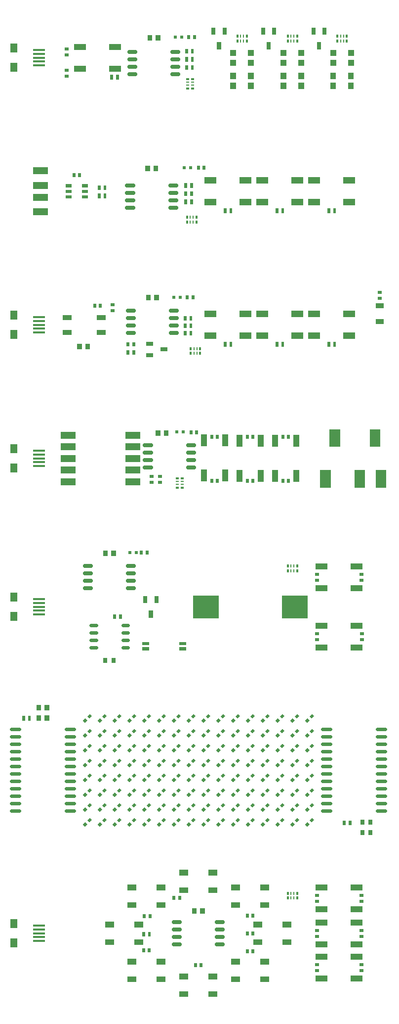
<source format=gtp>
G04 Layer: TopPasteMaskLayer*
G04 EasyEDA v6.4.17, 2021-03-02T21:30:00+01:00*
G04 52dc7113b7e944b1bde967162dfd0e84,9c416354eb984020824aaf9c885bead6,10*
G04 Gerber Generator version 0.2*
G04 Scale: 100 percent, Rotated: No, Reflected: No *
G04 Dimensions in inches *
G04 leading zeros omitted , absolute positions ,3 integer and 6 decimal *
%FSLAX36Y36*%
%MOIN*%

%ADD13C,0.0256*%
%ADD14C,0.0236*%
%ADD16R,0.0197X0.0315*%
%ADD17R,0.0315X0.0197*%
%ADD18R,0.0315X0.0354*%
%ADD19R,0.0787X0.0433*%
%ADD20R,0.0433X0.0787*%
%ADD21R,0.0157X0.0217*%
%ADD22R,0.0098X0.0217*%
%ADD24R,0.0390X0.0430*%
%ADD26R,0.0591X0.0354*%
%ADD27R,0.0492X0.0276*%
%ADD29R,0.0236X0.0197*%
%ADD30R,0.1772X0.1575*%
%ADD31R,0.0472X0.0236*%
%ADD32R,0.0217X0.0157*%
%ADD33R,0.0217X0.0098*%
%ADD34R,0.0551X0.0354*%
%ADD36R,0.1000X0.0500*%
%ADD37R,0.0787X0.0157*%
%ADD38R,0.0472X0.0630*%
%ADD39R,0.0984X0.0472*%

%LPD*%
D13*
X1125001Y990000D02*
G01*
X1166338Y990000D01*
X1125001Y1040000D02*
G01*
X1166338Y1040000D01*
X1125001Y1090000D02*
G01*
X1166338Y1090000D01*
X1125001Y1140000D02*
G01*
X1166338Y1140000D01*
X833661Y990000D02*
G01*
X874998Y990000D01*
X833661Y1040000D02*
G01*
X874998Y1040000D01*
X833661Y1090000D02*
G01*
X874998Y1090000D01*
X833661Y1140000D02*
G01*
X874998Y1140000D01*
X1110001Y90000D02*
G01*
X1151338Y90000D01*
X1110001Y140000D02*
G01*
X1151338Y140000D01*
X1110001Y190000D02*
G01*
X1151338Y190000D01*
X1110001Y240000D02*
G01*
X1151338Y240000D01*
X818661Y90000D02*
G01*
X859998Y90000D01*
X818661Y140000D02*
G01*
X859998Y140000D01*
X818661Y190000D02*
G01*
X859998Y190000D01*
X818661Y240000D02*
G01*
X859998Y240000D01*
D14*
X2137401Y-3975000D02*
G01*
X2192519Y-3975000D01*
X2137401Y-3925000D02*
G01*
X2192519Y-3925000D01*
X2137401Y-3875000D02*
G01*
X2192519Y-3875000D01*
X2137401Y-3825000D02*
G01*
X2192519Y-3825000D01*
X2137401Y-3775000D02*
G01*
X2192519Y-3775000D01*
X2137401Y-3725000D02*
G01*
X2192519Y-3725000D01*
X2137401Y-3675000D02*
G01*
X2192519Y-3675000D01*
X2137401Y-3625000D02*
G01*
X2192519Y-3625000D01*
X2137401Y-3575000D02*
G01*
X2192519Y-3575000D01*
X2137401Y-3525000D02*
G01*
X2192519Y-3525000D01*
X2137401Y-3475000D02*
G01*
X2192519Y-3475000D01*
X2137401Y-3425000D02*
G01*
X2192519Y-3425000D01*
X2507480Y-3425000D02*
G01*
X2562599Y-3425000D01*
X2507480Y-3475000D02*
G01*
X2562599Y-3475000D01*
X2507480Y-3525000D02*
G01*
X2562599Y-3525000D01*
X2507480Y-3575000D02*
G01*
X2562599Y-3575000D01*
X2507480Y-3625000D02*
G01*
X2562599Y-3625000D01*
X2507480Y-3675000D02*
G01*
X2562599Y-3675000D01*
X2507480Y-3725000D02*
G01*
X2562599Y-3725000D01*
X2507480Y-3775000D02*
G01*
X2562599Y-3775000D01*
X2507480Y-3825000D02*
G01*
X2562599Y-3825000D01*
X2507480Y-3875000D02*
G01*
X2562599Y-3875000D01*
X2507480Y-3925000D02*
G01*
X2562599Y-3925000D01*
X2507480Y-3975000D02*
G01*
X2562599Y-3975000D01*
X462599Y-3425000D02*
G01*
X407480Y-3425000D01*
X462599Y-3475000D02*
G01*
X407480Y-3475000D01*
X462599Y-3525000D02*
G01*
X407480Y-3525000D01*
X462599Y-3575000D02*
G01*
X407480Y-3575000D01*
X462599Y-3625000D02*
G01*
X407480Y-3625000D01*
X462599Y-3675000D02*
G01*
X407480Y-3675000D01*
X462599Y-3725000D02*
G01*
X407480Y-3725000D01*
X462599Y-3775000D02*
G01*
X407480Y-3775000D01*
X462599Y-3825000D02*
G01*
X407480Y-3825000D01*
X462599Y-3875000D02*
G01*
X407480Y-3875000D01*
X462599Y-3925000D02*
G01*
X407480Y-3925000D01*
X462599Y-3975000D02*
G01*
X407480Y-3975000D01*
X92519Y-3975000D02*
G01*
X37400Y-3975000D01*
X92519Y-3925000D02*
G01*
X37400Y-3925000D01*
X92519Y-3875000D02*
G01*
X37400Y-3875000D01*
X92519Y-3825000D02*
G01*
X37400Y-3825000D01*
X92519Y-3775000D02*
G01*
X37400Y-3775000D01*
X92519Y-3725000D02*
G01*
X37400Y-3725000D01*
X92519Y-3675000D02*
G01*
X37400Y-3675000D01*
X92519Y-3625000D02*
G01*
X37400Y-3625000D01*
X92519Y-3575000D02*
G01*
X37400Y-3575000D01*
X92519Y-3525000D02*
G01*
X37400Y-3525000D01*
X92519Y-3475000D02*
G01*
X37400Y-3475000D01*
X92519Y-3425000D02*
G01*
X37400Y-3425000D01*
X610241Y-2725000D02*
G01*
X574020Y-2725000D01*
X610241Y-2775000D02*
G01*
X574020Y-2775000D01*
X610241Y-2825000D02*
G01*
X574020Y-2825000D01*
X610241Y-2875000D02*
G01*
X574020Y-2875000D01*
X825981Y-2725000D02*
G01*
X789759Y-2725000D01*
X825981Y-2775000D02*
G01*
X789759Y-2775000D01*
X825981Y-2825000D02*
G01*
X789759Y-2825000D01*
X825981Y-2875000D02*
G01*
X789759Y-2875000D01*
D13*
X1115001Y-755000D02*
G01*
X1156338Y-755000D01*
X1115001Y-705000D02*
G01*
X1156338Y-705000D01*
X1115001Y-655000D02*
G01*
X1156338Y-655000D01*
X1115001Y-605000D02*
G01*
X1156338Y-605000D01*
X823661Y-755000D02*
G01*
X864998Y-755000D01*
X823661Y-705000D02*
G01*
X864998Y-705000D01*
X823661Y-655000D02*
G01*
X864998Y-655000D01*
X823661Y-605000D02*
G01*
X864998Y-605000D01*
X1230001Y-1660000D02*
G01*
X1271338Y-1660000D01*
X1230001Y-1610000D02*
G01*
X1271338Y-1610000D01*
X1230001Y-1560000D02*
G01*
X1271338Y-1560000D01*
X1230001Y-1510000D02*
G01*
X1271338Y-1510000D01*
X938661Y-1660000D02*
G01*
X979998Y-1660000D01*
X938661Y-1610000D02*
G01*
X979998Y-1610000D01*
X938661Y-1560000D02*
G01*
X979998Y-1560000D01*
X938661Y-1510000D02*
G01*
X979998Y-1510000D01*
X1425001Y-4875000D02*
G01*
X1466338Y-4875000D01*
X1425001Y-4825000D02*
G01*
X1466338Y-4825000D01*
X1425001Y-4775000D02*
G01*
X1466338Y-4775000D01*
X1425001Y-4725000D02*
G01*
X1466338Y-4725000D01*
X1133661Y-4875000D02*
G01*
X1174998Y-4875000D01*
X1133661Y-4825000D02*
G01*
X1174998Y-4825000D01*
X1133661Y-4775000D02*
G01*
X1174998Y-4775000D01*
X1133661Y-4725000D02*
G01*
X1174998Y-4725000D01*
X825001Y-2475000D02*
G01*
X866338Y-2475000D01*
X825001Y-2425000D02*
G01*
X866338Y-2425000D01*
X825001Y-2375000D02*
G01*
X866338Y-2375000D01*
X825001Y-2325000D02*
G01*
X866338Y-2325000D01*
X533661Y-2475000D02*
G01*
X574998Y-2475000D01*
X533661Y-2425000D02*
G01*
X574998Y-2425000D01*
X533661Y-2375000D02*
G01*
X574998Y-2375000D01*
X533661Y-2325000D02*
G01*
X574998Y-2325000D01*
G36*
X659843Y240747D02*
G01*
X679528Y240747D01*
X679528Y209252D01*
X659843Y209252D01*
G37*
G36*
X620473Y240747D02*
G01*
X640158Y240747D01*
X640158Y209252D01*
X620473Y209252D01*
G37*
G36*
X659900Y185734D02*
G01*
X679585Y185734D01*
X679585Y154238D01*
X659900Y154238D01*
G37*
G36*
X620531Y185734D02*
G01*
X640216Y185734D01*
X640216Y154238D01*
X620531Y154238D01*
G37*
G36*
X1244843Y255747D02*
G01*
X1264528Y255747D01*
X1264528Y224252D01*
X1244843Y224252D01*
G37*
G36*
X1205473Y255747D02*
G01*
X1225158Y255747D01*
X1225158Y224252D01*
X1205473Y224252D01*
G37*
G36*
X1244900Y200734D02*
G01*
X1264585Y200734D01*
X1264585Y169238D01*
X1244900Y169238D01*
G37*
G36*
X1205531Y200734D02*
G01*
X1225216Y200734D01*
X1225216Y169238D01*
X1205531Y169238D01*
G37*
G36*
X1244843Y145747D02*
G01*
X1264528Y145747D01*
X1264528Y114252D01*
X1244843Y114252D01*
G37*
G36*
X1205473Y145747D02*
G01*
X1225158Y145747D01*
X1225158Y114252D01*
X1205473Y114252D01*
G37*
D17*
G01*
X410059Y975300D03*
G01*
X410059Y1014670D03*
G36*
X1249843Y1160747D02*
G01*
X1269528Y1160747D01*
X1269528Y1129252D01*
X1249843Y1129252D01*
G37*
G36*
X1210473Y1160747D02*
G01*
X1230158Y1160747D01*
X1230158Y1129252D01*
X1210473Y1129252D01*
G37*
G36*
X1249900Y1105734D02*
G01*
X1269585Y1105734D01*
X1269585Y1074238D01*
X1249900Y1074238D01*
G37*
G36*
X1210531Y1105734D02*
G01*
X1230216Y1105734D01*
X1230216Y1074238D01*
X1210531Y1074238D01*
G37*
G36*
X1249843Y1050747D02*
G01*
X1269528Y1050747D01*
X1269528Y1019252D01*
X1249843Y1019252D01*
G37*
G36*
X1210473Y1050747D02*
G01*
X1230158Y1050747D01*
X1230158Y1019252D01*
X1210473Y1019252D01*
G37*
G36*
X744843Y985747D02*
G01*
X764528Y985747D01*
X764528Y954252D01*
X744843Y954252D01*
G37*
G36*
X705473Y985747D02*
G01*
X725158Y985747D01*
X725158Y954252D01*
X705473Y954252D01*
G37*
G36*
X854843Y-869252D02*
G01*
X874528Y-869252D01*
X874528Y-900747D01*
X854843Y-900747D01*
G37*
G36*
X815473Y-869252D02*
G01*
X835158Y-869252D01*
X835158Y-900747D01*
X815473Y-900747D01*
G37*
G01*
X2525000Y-480309D03*
G01*
X2525000Y-519679D03*
D16*
G01*
X600369Y-570010D03*
G01*
X639740Y-570010D03*
G36*
X1239900Y-639265D02*
G01*
X1259585Y-639265D01*
X1259585Y-670761D01*
X1239900Y-670761D01*
G37*
G36*
X1200531Y-639265D02*
G01*
X1220216Y-639265D01*
X1220216Y-670761D01*
X1200531Y-670761D01*
G37*
G36*
X1239900Y-689265D02*
G01*
X1259585Y-689265D01*
X1259585Y-720761D01*
X1239900Y-720761D01*
G37*
G36*
X1200531Y-689265D02*
G01*
X1220216Y-689265D01*
X1220216Y-720761D01*
X1200531Y-720761D01*
G37*
G36*
X1239900Y-739265D02*
G01*
X1259585Y-739265D01*
X1259585Y-770761D01*
X1239900Y-770761D01*
G37*
G36*
X1200531Y-739265D02*
G01*
X1220216Y-739265D01*
X1220216Y-770761D01*
X1200531Y-770761D01*
G37*
G01*
X825309Y-830000D03*
G01*
X864679Y-830000D03*
D17*
G01*
X1040060Y-1759699D03*
G01*
X1040060Y-1720329D03*
G01*
X985000Y-1759690D03*
G01*
X985000Y-1720320D03*
D16*
G01*
X1390309Y-1455000D03*
G01*
X1429679Y-1455000D03*
G01*
X1630309Y-1455000D03*
G01*
X1669679Y-1455000D03*
G01*
X1870309Y-1455000D03*
G01*
X1909679Y-1455000D03*
D17*
G01*
X2100000Y-4545309D03*
G01*
X2100000Y-4584679D03*
G01*
X2100000Y-4780309D03*
G01*
X2100000Y-4819679D03*
G01*
X2100000Y-5010309D03*
G01*
X2100000Y-5049679D03*
G01*
X2100000Y-2780309D03*
G01*
X2100000Y-2819679D03*
G01*
X2100000Y-2380309D03*
G01*
X2100000Y-2419679D03*
G36*
X764843Y-2649252D02*
G01*
X784528Y-2649252D01*
X784528Y-2680747D01*
X764843Y-2680747D01*
G37*
G36*
X725473Y-2649252D02*
G01*
X745158Y-2649252D01*
X745158Y-2680747D01*
X725473Y-2680747D01*
G37*
G36*
X149843Y-3334252D02*
G01*
X169528Y-3334252D01*
X169528Y-3365749D01*
X149843Y-3365749D01*
G37*
G36*
X110473Y-3334252D02*
G01*
X130158Y-3334252D01*
X130158Y-3365749D01*
X110473Y-3365749D01*
G37*
G36*
X2314843Y-4039252D02*
G01*
X2334528Y-4039252D01*
X2334528Y-4070749D01*
X2314843Y-4070749D01*
G37*
G36*
X2275473Y-4039252D02*
G01*
X2295158Y-4039252D01*
X2295158Y-4070749D01*
X2275473Y-4070749D01*
G37*
D16*
G01*
X1300309Y360000D03*
G01*
X1339679Y360000D03*
G01*
X1235309Y1240000D03*
G01*
X1274679Y1240000D03*
G01*
X1225270Y-515010D03*
G01*
X1264639Y-515010D03*
G01*
X1250309Y-1425000D03*
G01*
X1289679Y-1425000D03*
G01*
X915360Y-2234989D03*
G01*
X954729Y-2234989D03*
G36*
X206693Y-3262283D02*
G01*
X238189Y-3262283D01*
X238189Y-3297718D01*
X206693Y-3297718D01*
G37*
G36*
X261810Y-3262283D02*
G01*
X293306Y-3262283D01*
X293306Y-3297718D01*
X261810Y-3297718D01*
G37*
D18*
G01*
X2462560Y-4120000D03*
G01*
X2407439Y-4120000D03*
D19*
G01*
X2368109Y-4872829D03*
G01*
X2131890Y-4872829D03*
G01*
X2368109Y-4727170D03*
G01*
X2131890Y-4727170D03*
G36*
X2042521Y294443D02*
G01*
X2121261Y294443D01*
X2121261Y251136D01*
X2042521Y251136D01*
G37*
G36*
X2278742Y294443D02*
G01*
X2357482Y294443D01*
X2357482Y251136D01*
X2278742Y251136D01*
G37*
G36*
X2042521Y148782D02*
G01*
X2121261Y148782D01*
X2121261Y105475D01*
X2042521Y105475D01*
G37*
G36*
X2278742Y148782D02*
G01*
X2357482Y148782D01*
X2357482Y105475D01*
X2278742Y105475D01*
G37*
G36*
X1692521Y294443D02*
G01*
X1771261Y294443D01*
X1771261Y251136D01*
X1692521Y251136D01*
G37*
G36*
X1928742Y294443D02*
G01*
X2007482Y294443D01*
X2007482Y251136D01*
X1928742Y251136D01*
G37*
G36*
X1692521Y148782D02*
G01*
X1771261Y148782D01*
X1771261Y105475D01*
X1692521Y105475D01*
G37*
G36*
X1928742Y148782D02*
G01*
X2007482Y148782D01*
X2007482Y105475D01*
X1928742Y105475D01*
G37*
G36*
X1342521Y294443D02*
G01*
X1421261Y294443D01*
X1421261Y251136D01*
X1342521Y251136D01*
G37*
G36*
X1578742Y294443D02*
G01*
X1657482Y294443D01*
X1657482Y251136D01*
X1578742Y251136D01*
G37*
G36*
X1342521Y148782D02*
G01*
X1421261Y148782D01*
X1421261Y105475D01*
X1342521Y105475D01*
G37*
G36*
X1578742Y148782D02*
G01*
X1657482Y148782D01*
X1657482Y105475D01*
X1578742Y105475D01*
G37*
G01*
X738090Y1027130D03*
G01*
X501869Y1027130D03*
G01*
X738090Y1172790D03*
G01*
X501869Y1172790D03*
G36*
X1342521Y-605556D02*
G01*
X1421261Y-605556D01*
X1421261Y-648863D01*
X1342521Y-648863D01*
G37*
G36*
X1578742Y-605556D02*
G01*
X1657482Y-605556D01*
X1657482Y-648863D01*
X1578742Y-648863D01*
G37*
G36*
X1342521Y-751217D02*
G01*
X1421261Y-751217D01*
X1421261Y-794524D01*
X1342521Y-794524D01*
G37*
G36*
X1578742Y-751217D02*
G01*
X1657482Y-751217D01*
X1657482Y-794524D01*
X1578742Y-794524D01*
G37*
G36*
X1692521Y-605556D02*
G01*
X1771261Y-605556D01*
X1771261Y-648863D01*
X1692521Y-648863D01*
G37*
G36*
X1928742Y-605556D02*
G01*
X2007482Y-605556D01*
X2007482Y-648863D01*
X1928742Y-648863D01*
G37*
G36*
X1692521Y-751217D02*
G01*
X1771261Y-751217D01*
X1771261Y-794524D01*
X1692521Y-794524D01*
G37*
G36*
X1928742Y-751217D02*
G01*
X2007482Y-751217D01*
X2007482Y-794524D01*
X1928742Y-794524D01*
G37*
G36*
X2042521Y-605556D02*
G01*
X2121261Y-605556D01*
X2121261Y-648863D01*
X2042521Y-648863D01*
G37*
G36*
X2278742Y-605556D02*
G01*
X2357482Y-605556D01*
X2357482Y-648863D01*
X2278742Y-648863D01*
G37*
G36*
X2042521Y-751217D02*
G01*
X2121261Y-751217D01*
X2121261Y-794524D01*
X2042521Y-794524D01*
G37*
G36*
X2278742Y-751217D02*
G01*
X2357482Y-751217D01*
X2357482Y-794524D01*
X2278742Y-794524D01*
G37*
D20*
G01*
X1722830Y-1481930D03*
G01*
X1722830Y-1718150D03*
G01*
X1577169Y-1481930D03*
G01*
X1577169Y-1718150D03*
D21*
G01*
X2238500Y1214250D03*
G01*
X2301499Y1245749D03*
G01*
X2301499Y1214250D03*
D22*
G01*
X2260159Y1245749D03*
G01*
X2260159Y1214250D03*
G01*
X2279840Y1245749D03*
G01*
X2279840Y1214250D03*
D21*
G01*
X2238500Y1245749D03*
G36*
X1798620Y1303805D02*
G01*
X1826180Y1303805D01*
X1826180Y1254594D01*
X1798620Y1254594D01*
G37*
G36*
X1723819Y1303805D02*
G01*
X1751379Y1303805D01*
X1751379Y1254594D01*
X1723819Y1254594D01*
G37*
G36*
X1761220Y1205405D02*
G01*
X1788779Y1205405D01*
X1788779Y1156194D01*
X1761220Y1156194D01*
G37*
D24*
G01*
X2330000Y1133499D03*
G01*
X2330000Y1066500D03*
G36*
X1463620Y1303805D02*
G01*
X1491180Y1303805D01*
X1491180Y1254594D01*
X1463620Y1254594D01*
G37*
G36*
X1388819Y1303805D02*
G01*
X1416379Y1303805D01*
X1416379Y1254594D01*
X1388819Y1254594D01*
G37*
G36*
X1426220Y1205405D02*
G01*
X1453779Y1205405D01*
X1453779Y1156194D01*
X1426220Y1156194D01*
G37*
G36*
X2138620Y1303805D02*
G01*
X2166180Y1303805D01*
X2166180Y1254594D01*
X2138620Y1254594D01*
G37*
G36*
X2063819Y1303805D02*
G01*
X2091379Y1303805D01*
X2091379Y1254594D01*
X2063819Y1254594D01*
G37*
G36*
X2101220Y1205405D02*
G01*
X2128779Y1205405D01*
X2128779Y1156194D01*
X2101220Y1156194D01*
G37*
G36*
X2310500Y933000D02*
G01*
X2349499Y933000D01*
X2349499Y890000D01*
X2310500Y890000D01*
G37*
G36*
X2310500Y1000000D02*
G01*
X2349499Y1000000D01*
X2349499Y956999D01*
X2310500Y956999D01*
G37*
G36*
X2190500Y933000D02*
G01*
X2229499Y933000D01*
X2229499Y890000D01*
X2190500Y890000D01*
G37*
G36*
X2190500Y1000000D02*
G01*
X2229499Y1000000D01*
X2229499Y956999D01*
X2190500Y956999D01*
G37*
G01*
X2210000Y1133499D03*
G01*
X2210000Y1066500D03*
G01*
X1655000Y1133499D03*
G01*
X1655000Y1066500D03*
G36*
X1635500Y933000D02*
G01*
X1674499Y933000D01*
X1674499Y890000D01*
X1635500Y890000D01*
G37*
G36*
X1635500Y1000000D02*
G01*
X1674499Y1000000D01*
X1674499Y956999D01*
X1635500Y956999D01*
G37*
G36*
X1515500Y933000D02*
G01*
X1554499Y933000D01*
X1554499Y890000D01*
X1515500Y890000D01*
G37*
G36*
X1515500Y1000000D02*
G01*
X1554499Y1000000D01*
X1554499Y956999D01*
X1515500Y956999D01*
G37*
G01*
X1535000Y1133499D03*
G01*
X1535000Y1066500D03*
G01*
X1995000Y1133499D03*
G01*
X1995000Y1066500D03*
G36*
X1975500Y933000D02*
G01*
X2014499Y933000D01*
X2014499Y890000D01*
X1975500Y890000D01*
G37*
G36*
X1975500Y1000000D02*
G01*
X2014499Y1000000D01*
X2014499Y956999D01*
X1975500Y956999D01*
G37*
G36*
X1855500Y933000D02*
G01*
X1894499Y933000D01*
X1894499Y890000D01*
X1855500Y890000D01*
G37*
G36*
X1855500Y1000000D02*
G01*
X1894499Y1000000D01*
X1894499Y956999D01*
X1855500Y956999D01*
G37*
G01*
X1875000Y1133499D03*
G01*
X1875000Y1066500D03*
G36*
X405195Y173427D02*
G01*
X444564Y173427D01*
X444564Y151772D01*
X405195Y151772D01*
G37*
G36*
X405195Y210827D02*
G01*
X444564Y210827D01*
X444564Y189172D01*
X405195Y189172D01*
G37*
G36*
X405195Y248227D02*
G01*
X444564Y248227D01*
X444564Y226572D01*
X405195Y226572D01*
G37*
G36*
X515435Y248227D02*
G01*
X554804Y248227D01*
X554804Y226572D01*
X515435Y226572D01*
G37*
G36*
X515435Y210827D02*
G01*
X554804Y210827D01*
X554804Y189172D01*
X515435Y189172D01*
G37*
G36*
X515435Y173427D02*
G01*
X554804Y173427D01*
X554804Y151772D01*
X515435Y151772D01*
G37*
D26*
G01*
X413859Y-650000D03*
G01*
X413859Y-750000D03*
G01*
X646140Y-750000D03*
G01*
X646140Y-650000D03*
D27*
G01*
X970799Y-827600D03*
G01*
X970799Y-902399D03*
G01*
X1069200Y-865000D03*
G36*
X941692Y372716D02*
G01*
X973189Y372716D01*
X973189Y337283D01*
X941692Y337283D01*
G37*
G36*
X996810Y372716D02*
G01*
X1028307Y372716D01*
X1028307Y337283D01*
X996810Y337283D01*
G37*
G36*
X2496575Y-1677874D02*
G01*
X2567440Y-1677874D01*
X2567440Y-1795984D01*
X2496575Y-1795984D01*
G37*
G36*
X2354843Y-1677874D02*
G01*
X2425708Y-1677874D01*
X2425708Y-1795984D01*
X2354843Y-1795984D01*
G37*
G36*
X2457205Y-1404015D02*
G01*
X2528071Y-1404015D01*
X2528071Y-1522125D01*
X2457205Y-1522125D01*
G37*
G36*
X2122559Y-1677872D02*
G01*
X2193424Y-1677872D01*
X2193424Y-1795983D01*
X2122559Y-1795983D01*
G37*
G36*
X2185550Y-1404015D02*
G01*
X2256417Y-1404015D01*
X2256417Y-1522125D01*
X2185550Y-1522125D01*
G37*
D29*
G01*
X1203350Y360000D03*
G01*
X1246649Y360000D03*
D21*
G01*
X1223500Y-5749D03*
G01*
X1286499Y25749D03*
G01*
X1286499Y-5749D03*
D22*
G01*
X1245159Y25749D03*
G01*
X1245159Y-5749D03*
G01*
X1264840Y25749D03*
G01*
X1264840Y-5749D03*
D21*
G01*
X1223500Y25749D03*
D29*
G01*
X1143350Y1240000D03*
G01*
X1186649Y1240000D03*
G36*
X1003620Y-2526194D02*
G01*
X1031180Y-2526194D01*
X1031180Y-2575405D01*
X1003620Y-2575405D01*
G37*
G36*
X928819Y-2526194D02*
G01*
X956379Y-2526194D01*
X956379Y-2575405D01*
X928819Y-2575405D01*
G37*
G36*
X966220Y-2624594D02*
G01*
X993779Y-2624594D01*
X993779Y-2673805D01*
X966220Y-2673805D01*
G37*
D18*
G01*
X727559Y-2960000D03*
G01*
X672440Y-2960000D03*
D19*
G01*
X2368109Y-2872829D03*
G01*
X2131890Y-2872829D03*
G01*
X2368109Y-2727170D03*
G01*
X2131890Y-2727170D03*
D30*
G01*
X1950000Y-2600000D03*
G01*
X1350000Y-2600000D03*
D31*
G01*
X945979Y-2847280D03*
G01*
X1194020Y-2847280D03*
G36*
X1170393Y-2870906D02*
G01*
X1217637Y-2870906D01*
X1217637Y-2894528D01*
X1170393Y-2894528D01*
G37*
G36*
X922362Y-2870906D02*
G01*
X969606Y-2870906D01*
X969606Y-2894528D01*
X922362Y-2894528D01*
G37*
G36*
X1950000Y-4036080D02*
G01*
X1966702Y-4019378D01*
X1980622Y-4033298D01*
X1963919Y-4050001D01*
G37*
G36*
X1919377Y-4066703D02*
G01*
X1936080Y-4050001D01*
X1950000Y-4063921D01*
X1933297Y-4080623D01*
G37*
G36*
X956728Y1252716D02*
G01*
X988224Y1252716D01*
X988224Y1217283D01*
X956728Y1217283D01*
G37*
G36*
X1011845Y1252716D02*
G01*
X1043342Y1252716D01*
X1043342Y1217283D01*
X1011845Y1217283D01*
G37*
G36*
X481727Y-827283D02*
G01*
X513224Y-827283D01*
X513224Y-862716D01*
X481727Y-862716D01*
G37*
G36*
X536846Y-827283D02*
G01*
X568341Y-827283D01*
X568341Y-862716D01*
X536846Y-862716D01*
G37*
G36*
X946728Y-497283D02*
G01*
X978224Y-497283D01*
X978224Y-532716D01*
X946728Y-532716D01*
G37*
G36*
X1001845Y-497283D02*
G01*
X1033342Y-497283D01*
X1033342Y-532716D01*
X1001845Y-532716D01*
G37*
G36*
X1011692Y-1412283D02*
G01*
X1043189Y-1412283D01*
X1043189Y-1447716D01*
X1011692Y-1447716D01*
G37*
G36*
X1066810Y-1412283D02*
G01*
X1098307Y-1412283D01*
X1098307Y-1447716D01*
X1066810Y-1447716D01*
G37*
G36*
X1256692Y-4632283D02*
G01*
X1288189Y-4632283D01*
X1288189Y-4667716D01*
X1256692Y-4667716D01*
G37*
G36*
X1311810Y-4632283D02*
G01*
X1343307Y-4632283D01*
X1343307Y-4667716D01*
X1311810Y-4667716D01*
G37*
G36*
X656693Y-2222283D02*
G01*
X688189Y-2222283D01*
X688189Y-2257716D01*
X656693Y-2257716D01*
G37*
G36*
X711810Y-2222283D02*
G01*
X743306Y-2222283D01*
X743306Y-2257716D01*
X711810Y-2257716D01*
G37*
D18*
G01*
X2462560Y-4050000D03*
G01*
X2407439Y-4050000D03*
G36*
X206693Y-3332283D02*
G01*
X238189Y-3332283D01*
X238189Y-3367718D01*
X206693Y-3367718D01*
G37*
G36*
X261810Y-3332283D02*
G01*
X293306Y-3332283D01*
X293306Y-3367718D01*
X261810Y-3367718D01*
G37*
D32*
G01*
X1260749Y893499D03*
G01*
X1229250Y956500D03*
G01*
X1260749Y956500D03*
D33*
G01*
X1229250Y915160D03*
G01*
X1260749Y915160D03*
G01*
X1229250Y934839D03*
G01*
X1260749Y934839D03*
D32*
G01*
X1229250Y893499D03*
D21*
G01*
X1248500Y-890749D03*
G01*
X1311499Y-859250D03*
G01*
X1311499Y-890749D03*
D22*
G01*
X1270159Y-859250D03*
G01*
X1270159Y-890749D03*
G01*
X1289840Y-859250D03*
G01*
X1289840Y-890749D03*
D21*
G01*
X1248500Y-859250D03*
D32*
G01*
X1190749Y-1796500D03*
G01*
X1159250Y-1733499D03*
G01*
X1190749Y-1733499D03*
D33*
G01*
X1159250Y-1774839D03*
G01*
X1190749Y-1774839D03*
G01*
X1159250Y-1755160D03*
G01*
X1190749Y-1755160D03*
D32*
G01*
X1159250Y-1796500D03*
D21*
G01*
X1966499Y-4529250D03*
G01*
X1903500Y-4560749D03*
G01*
X1903500Y-4529250D03*
D22*
G01*
X1944840Y-4560749D03*
G01*
X1944840Y-4529250D03*
G01*
X1925159Y-4560749D03*
G01*
X1925159Y-4529250D03*
D21*
G01*
X1966499Y-4560749D03*
G01*
X1903500Y-2355749D03*
G01*
X1966499Y-2324250D03*
G01*
X1966499Y-2355749D03*
D22*
G01*
X1925159Y-2324250D03*
G01*
X1925159Y-2355749D03*
G01*
X1944840Y-2324250D03*
G01*
X1944840Y-2355749D03*
D21*
G01*
X1903500Y-2324250D03*
G01*
X1563500Y1214250D03*
G01*
X1626499Y1245749D03*
G01*
X1626499Y1214250D03*
D22*
G01*
X1585159Y1245749D03*
G01*
X1585159Y1214250D03*
G01*
X1604840Y1245749D03*
G01*
X1604840Y1214250D03*
D21*
G01*
X1563500Y1245749D03*
D20*
G01*
X1482809Y-1476930D03*
G01*
X1482809Y-1713150D03*
G01*
X1337150Y-1476930D03*
G01*
X1337150Y-1713150D03*
G01*
X1962809Y-1481930D03*
G01*
X1962809Y-1718150D03*
G01*
X1817150Y-1481930D03*
G01*
X1817150Y-1718150D03*
D19*
G01*
X2368109Y-5102790D03*
G01*
X2131890Y-5102790D03*
G01*
X2368109Y-4957130D03*
G01*
X2131890Y-4957130D03*
G01*
X2368109Y-4637790D03*
G01*
X2131890Y-4637790D03*
G01*
X2368109Y-4492130D03*
G01*
X2131890Y-4492130D03*
G01*
X2368109Y-2472829D03*
G01*
X2131890Y-2472829D03*
G01*
X2368109Y-2327170D03*
G01*
X2131890Y-2327170D03*
D21*
G01*
X1903500Y1214250D03*
G01*
X1966499Y1245749D03*
G01*
X1966499Y1214250D03*
D22*
G01*
X1925159Y1245749D03*
G01*
X1925159Y1214250D03*
G01*
X1944840Y1245749D03*
G01*
X1944840Y1214250D03*
D21*
G01*
X1903500Y1245749D03*
D34*
G01*
X2525000Y-678150D03*
G01*
X2525000Y-571849D03*
G36*
X2050000Y-4036080D02*
G01*
X2066702Y-4019378D01*
X2080622Y-4033298D01*
X2063919Y-4050001D01*
G37*
G36*
X2019377Y-4066703D02*
G01*
X2036080Y-4050001D01*
X2050000Y-4063921D01*
X2033297Y-4080623D01*
G37*
G36*
X1850000Y-4036080D02*
G01*
X1866702Y-4019378D01*
X1880622Y-4033298D01*
X1863919Y-4050001D01*
G37*
G36*
X1819377Y-4066703D02*
G01*
X1836080Y-4050001D01*
X1850000Y-4063921D01*
X1833297Y-4080623D01*
G37*
G36*
X1750000Y-4036080D02*
G01*
X1766702Y-4019378D01*
X1780622Y-4033298D01*
X1763919Y-4050001D01*
G37*
G36*
X1719377Y-4066703D02*
G01*
X1736080Y-4050001D01*
X1750000Y-4063921D01*
X1733297Y-4080623D01*
G37*
G36*
X1350000Y-4036080D02*
G01*
X1366702Y-4019378D01*
X1380622Y-4033298D01*
X1363919Y-4050001D01*
G37*
G36*
X1319377Y-4066703D02*
G01*
X1336080Y-4050001D01*
X1350000Y-4063921D01*
X1333297Y-4080623D01*
G37*
G36*
X1450000Y-4036080D02*
G01*
X1466702Y-4019378D01*
X1480622Y-4033298D01*
X1463919Y-4050001D01*
G37*
G36*
X1419377Y-4066703D02*
G01*
X1436080Y-4050001D01*
X1450000Y-4063921D01*
X1433297Y-4080623D01*
G37*
G36*
X1550000Y-4036080D02*
G01*
X1566702Y-4019378D01*
X1580622Y-4033298D01*
X1563919Y-4050001D01*
G37*
G36*
X1519377Y-4066703D02*
G01*
X1536080Y-4050001D01*
X1550000Y-4063921D01*
X1533297Y-4080623D01*
G37*
G36*
X1650000Y-4036080D02*
G01*
X1666702Y-4019378D01*
X1680622Y-4033298D01*
X1663919Y-4050001D01*
G37*
G36*
X1619377Y-4066703D02*
G01*
X1636080Y-4050001D01*
X1650000Y-4063921D01*
X1633297Y-4080623D01*
G37*
G36*
X1650000Y-3936080D02*
G01*
X1666702Y-3919378D01*
X1680622Y-3933298D01*
X1663919Y-3950001D01*
G37*
G36*
X1619377Y-3966703D02*
G01*
X1636080Y-3950001D01*
X1650000Y-3963921D01*
X1633297Y-3980623D01*
G37*
G36*
X1550000Y-3936080D02*
G01*
X1566702Y-3919378D01*
X1580622Y-3933298D01*
X1563919Y-3950001D01*
G37*
G36*
X1519377Y-3966703D02*
G01*
X1536080Y-3950001D01*
X1550000Y-3963921D01*
X1533297Y-3980623D01*
G37*
G36*
X1450000Y-3936080D02*
G01*
X1466702Y-3919378D01*
X1480622Y-3933298D01*
X1463919Y-3950001D01*
G37*
G36*
X1419377Y-3966703D02*
G01*
X1436080Y-3950001D01*
X1450000Y-3963921D01*
X1433297Y-3980623D01*
G37*
G36*
X1350000Y-3936080D02*
G01*
X1366702Y-3919378D01*
X1380622Y-3933298D01*
X1363919Y-3950001D01*
G37*
G36*
X1319377Y-3966703D02*
G01*
X1336080Y-3950001D01*
X1350000Y-3963921D01*
X1333297Y-3980623D01*
G37*
G36*
X1750000Y-3936080D02*
G01*
X1766702Y-3919378D01*
X1780622Y-3933298D01*
X1763919Y-3950001D01*
G37*
G36*
X1719377Y-3966703D02*
G01*
X1736080Y-3950001D01*
X1750000Y-3963921D01*
X1733297Y-3980623D01*
G37*
G36*
X1850000Y-3936080D02*
G01*
X1866702Y-3919378D01*
X1880622Y-3933298D01*
X1863919Y-3950001D01*
G37*
G36*
X1819377Y-3966703D02*
G01*
X1836080Y-3950001D01*
X1850000Y-3963921D01*
X1833297Y-3980623D01*
G37*
G36*
X1950000Y-3936080D02*
G01*
X1966702Y-3919378D01*
X1980622Y-3933298D01*
X1963919Y-3950001D01*
G37*
G36*
X1919377Y-3966703D02*
G01*
X1936080Y-3950001D01*
X1950000Y-3963921D01*
X1933297Y-3980623D01*
G37*
G36*
X2050000Y-3936080D02*
G01*
X2066702Y-3919378D01*
X2080622Y-3933298D01*
X2063919Y-3950001D01*
G37*
G36*
X2019377Y-3966703D02*
G01*
X2036080Y-3950001D01*
X2050000Y-3963921D01*
X2033297Y-3980623D01*
G37*
G36*
X1650000Y-3836080D02*
G01*
X1666702Y-3819378D01*
X1680622Y-3833298D01*
X1663919Y-3850001D01*
G37*
G36*
X1619377Y-3866703D02*
G01*
X1636080Y-3850001D01*
X1650000Y-3863921D01*
X1633297Y-3880623D01*
G37*
G36*
X1550000Y-3836080D02*
G01*
X1566702Y-3819378D01*
X1580622Y-3833298D01*
X1563919Y-3850001D01*
G37*
G36*
X1519377Y-3866703D02*
G01*
X1536080Y-3850001D01*
X1550000Y-3863921D01*
X1533297Y-3880623D01*
G37*
G36*
X1450000Y-3836080D02*
G01*
X1466702Y-3819378D01*
X1480622Y-3833298D01*
X1463919Y-3850001D01*
G37*
G36*
X1419377Y-3866703D02*
G01*
X1436080Y-3850001D01*
X1450000Y-3863921D01*
X1433297Y-3880623D01*
G37*
G36*
X1350000Y-3836080D02*
G01*
X1366702Y-3819378D01*
X1380622Y-3833298D01*
X1363919Y-3850001D01*
G37*
G36*
X1319377Y-3866703D02*
G01*
X1336080Y-3850001D01*
X1350000Y-3863921D01*
X1333297Y-3880623D01*
G37*
G36*
X1750000Y-3836080D02*
G01*
X1766702Y-3819378D01*
X1780622Y-3833298D01*
X1763919Y-3850001D01*
G37*
G36*
X1719377Y-3866703D02*
G01*
X1736080Y-3850001D01*
X1750000Y-3863921D01*
X1733297Y-3880623D01*
G37*
G36*
X1850000Y-3836080D02*
G01*
X1866702Y-3819378D01*
X1880622Y-3833298D01*
X1863919Y-3850001D01*
G37*
G36*
X1819377Y-3866703D02*
G01*
X1836080Y-3850001D01*
X1850000Y-3863921D01*
X1833297Y-3880623D01*
G37*
G36*
X1950000Y-3836080D02*
G01*
X1966702Y-3819378D01*
X1980622Y-3833298D01*
X1963919Y-3850001D01*
G37*
G36*
X1919377Y-3866703D02*
G01*
X1936080Y-3850001D01*
X1950000Y-3863921D01*
X1933297Y-3880623D01*
G37*
G36*
X2050000Y-3836080D02*
G01*
X2066702Y-3819378D01*
X2080622Y-3833298D01*
X2063919Y-3850001D01*
G37*
G36*
X2019377Y-3866703D02*
G01*
X2036080Y-3850001D01*
X2050000Y-3863921D01*
X2033297Y-3880623D01*
G37*
G36*
X1650000Y-3736080D02*
G01*
X1666702Y-3719378D01*
X1680622Y-3733298D01*
X1663919Y-3750001D01*
G37*
G36*
X1619377Y-3766703D02*
G01*
X1636080Y-3750001D01*
X1650000Y-3763921D01*
X1633297Y-3780623D01*
G37*
G36*
X1550000Y-3736080D02*
G01*
X1566702Y-3719378D01*
X1580622Y-3733298D01*
X1563919Y-3750001D01*
G37*
G36*
X1519377Y-3766703D02*
G01*
X1536080Y-3750001D01*
X1550000Y-3763921D01*
X1533297Y-3780623D01*
G37*
G36*
X1450000Y-3736080D02*
G01*
X1466702Y-3719378D01*
X1480622Y-3733298D01*
X1463919Y-3750001D01*
G37*
G36*
X1419377Y-3766703D02*
G01*
X1436080Y-3750001D01*
X1450000Y-3763921D01*
X1433297Y-3780623D01*
G37*
G36*
X1350000Y-3736080D02*
G01*
X1366702Y-3719378D01*
X1380622Y-3733298D01*
X1363919Y-3750001D01*
G37*
G36*
X1319377Y-3766703D02*
G01*
X1336080Y-3750001D01*
X1350000Y-3763921D01*
X1333297Y-3780623D01*
G37*
G36*
X1750000Y-3736080D02*
G01*
X1766702Y-3719378D01*
X1780622Y-3733298D01*
X1763919Y-3750001D01*
G37*
G36*
X1719377Y-3766703D02*
G01*
X1736080Y-3750001D01*
X1750000Y-3763921D01*
X1733297Y-3780623D01*
G37*
G36*
X1850000Y-3736080D02*
G01*
X1866702Y-3719378D01*
X1880622Y-3733298D01*
X1863919Y-3750001D01*
G37*
G36*
X1819377Y-3766703D02*
G01*
X1836080Y-3750001D01*
X1850000Y-3763921D01*
X1833297Y-3780623D01*
G37*
G36*
X1950000Y-3736080D02*
G01*
X1966702Y-3719378D01*
X1980622Y-3733298D01*
X1963919Y-3750001D01*
G37*
G36*
X1919377Y-3766703D02*
G01*
X1936080Y-3750001D01*
X1950000Y-3763921D01*
X1933297Y-3780623D01*
G37*
G36*
X2050000Y-3736080D02*
G01*
X2066702Y-3719378D01*
X2080622Y-3733298D01*
X2063919Y-3750001D01*
G37*
G36*
X2019377Y-3766703D02*
G01*
X2036080Y-3750001D01*
X2050000Y-3763921D01*
X2033297Y-3780623D01*
G37*
G36*
X2050000Y-3336080D02*
G01*
X2066702Y-3319378D01*
X2080622Y-3333298D01*
X2063919Y-3350001D01*
G37*
G36*
X2019377Y-3366703D02*
G01*
X2036080Y-3350001D01*
X2050000Y-3363921D01*
X2033297Y-3380623D01*
G37*
G36*
X1950000Y-3336080D02*
G01*
X1966702Y-3319378D01*
X1980622Y-3333298D01*
X1963919Y-3350001D01*
G37*
G36*
X1919377Y-3366703D02*
G01*
X1936080Y-3350001D01*
X1950000Y-3363921D01*
X1933297Y-3380623D01*
G37*
G36*
X1850000Y-3336080D02*
G01*
X1866702Y-3319378D01*
X1880622Y-3333298D01*
X1863919Y-3350001D01*
G37*
G36*
X1819377Y-3366703D02*
G01*
X1836080Y-3350001D01*
X1850000Y-3363921D01*
X1833297Y-3380623D01*
G37*
G36*
X1750000Y-3336080D02*
G01*
X1766702Y-3319378D01*
X1780622Y-3333298D01*
X1763919Y-3350001D01*
G37*
G36*
X1719377Y-3366703D02*
G01*
X1736080Y-3350001D01*
X1750000Y-3363921D01*
X1733297Y-3380623D01*
G37*
G36*
X1350000Y-3336080D02*
G01*
X1366702Y-3319378D01*
X1380622Y-3333298D01*
X1363919Y-3350001D01*
G37*
G36*
X1319377Y-3366703D02*
G01*
X1336080Y-3350001D01*
X1350000Y-3363921D01*
X1333297Y-3380623D01*
G37*
G36*
X1450000Y-3336080D02*
G01*
X1466702Y-3319378D01*
X1480622Y-3333298D01*
X1463919Y-3350001D01*
G37*
G36*
X1419377Y-3366703D02*
G01*
X1436080Y-3350001D01*
X1450000Y-3363921D01*
X1433297Y-3380623D01*
G37*
G36*
X1550000Y-3336080D02*
G01*
X1566702Y-3319378D01*
X1580622Y-3333298D01*
X1563919Y-3350001D01*
G37*
G36*
X1519377Y-3366703D02*
G01*
X1536080Y-3350001D01*
X1550000Y-3363921D01*
X1533297Y-3380623D01*
G37*
G36*
X1650000Y-3336080D02*
G01*
X1666702Y-3319378D01*
X1680622Y-3333298D01*
X1663919Y-3350001D01*
G37*
G36*
X1619377Y-3366703D02*
G01*
X1636080Y-3350001D01*
X1650000Y-3363921D01*
X1633297Y-3380623D01*
G37*
G36*
X2050000Y-3436080D02*
G01*
X2066702Y-3419378D01*
X2080622Y-3433298D01*
X2063919Y-3450001D01*
G37*
G36*
X2019377Y-3466703D02*
G01*
X2036080Y-3450001D01*
X2050000Y-3463921D01*
X2033297Y-3480623D01*
G37*
G36*
X1950000Y-3436080D02*
G01*
X1966702Y-3419378D01*
X1980622Y-3433298D01*
X1963919Y-3450001D01*
G37*
G36*
X1919377Y-3466703D02*
G01*
X1936080Y-3450001D01*
X1950000Y-3463921D01*
X1933297Y-3480623D01*
G37*
G36*
X1850000Y-3436080D02*
G01*
X1866702Y-3419378D01*
X1880622Y-3433298D01*
X1863919Y-3450001D01*
G37*
G36*
X1819377Y-3466703D02*
G01*
X1836080Y-3450001D01*
X1850000Y-3463921D01*
X1833297Y-3480623D01*
G37*
G36*
X1750000Y-3436080D02*
G01*
X1766702Y-3419378D01*
X1780622Y-3433298D01*
X1763919Y-3450001D01*
G37*
G36*
X1719377Y-3466703D02*
G01*
X1736080Y-3450001D01*
X1750000Y-3463921D01*
X1733297Y-3480623D01*
G37*
G36*
X1350000Y-3436080D02*
G01*
X1366702Y-3419378D01*
X1380622Y-3433298D01*
X1363919Y-3450001D01*
G37*
G36*
X1319377Y-3466703D02*
G01*
X1336080Y-3450001D01*
X1350000Y-3463921D01*
X1333297Y-3480623D01*
G37*
G36*
X1450000Y-3436080D02*
G01*
X1466702Y-3419378D01*
X1480622Y-3433298D01*
X1463919Y-3450001D01*
G37*
G36*
X1419377Y-3466703D02*
G01*
X1436080Y-3450001D01*
X1450000Y-3463921D01*
X1433297Y-3480623D01*
G37*
G36*
X1550000Y-3436080D02*
G01*
X1566702Y-3419378D01*
X1580622Y-3433298D01*
X1563919Y-3450001D01*
G37*
G36*
X1519377Y-3466703D02*
G01*
X1536080Y-3450001D01*
X1550000Y-3463921D01*
X1533297Y-3480623D01*
G37*
G36*
X1650000Y-3436080D02*
G01*
X1666702Y-3419378D01*
X1680622Y-3433298D01*
X1663919Y-3450001D01*
G37*
G36*
X1619377Y-3466703D02*
G01*
X1636080Y-3450001D01*
X1650000Y-3463921D01*
X1633297Y-3480623D01*
G37*
G36*
X2050000Y-3536080D02*
G01*
X2066702Y-3519378D01*
X2080622Y-3533298D01*
X2063919Y-3550001D01*
G37*
G36*
X2019377Y-3566703D02*
G01*
X2036080Y-3550001D01*
X2050000Y-3563921D01*
X2033297Y-3580623D01*
G37*
G36*
X1950000Y-3536080D02*
G01*
X1966702Y-3519378D01*
X1980622Y-3533298D01*
X1963919Y-3550001D01*
G37*
G36*
X1919377Y-3566703D02*
G01*
X1936080Y-3550001D01*
X1950000Y-3563921D01*
X1933297Y-3580623D01*
G37*
G36*
X1850000Y-3536080D02*
G01*
X1866702Y-3519378D01*
X1880622Y-3533298D01*
X1863919Y-3550001D01*
G37*
G36*
X1819377Y-3566703D02*
G01*
X1836080Y-3550001D01*
X1850000Y-3563921D01*
X1833297Y-3580623D01*
G37*
G36*
X1750000Y-3536080D02*
G01*
X1766702Y-3519378D01*
X1780622Y-3533298D01*
X1763919Y-3550001D01*
G37*
G36*
X1719377Y-3566703D02*
G01*
X1736080Y-3550001D01*
X1750000Y-3563921D01*
X1733297Y-3580623D01*
G37*
G36*
X1350000Y-3536080D02*
G01*
X1366702Y-3519378D01*
X1380622Y-3533298D01*
X1363919Y-3550001D01*
G37*
G36*
X1319377Y-3566703D02*
G01*
X1336080Y-3550001D01*
X1350000Y-3563921D01*
X1333297Y-3580623D01*
G37*
G36*
X1450000Y-3536080D02*
G01*
X1466702Y-3519378D01*
X1480622Y-3533298D01*
X1463919Y-3550001D01*
G37*
G36*
X1419377Y-3566703D02*
G01*
X1436080Y-3550001D01*
X1450000Y-3563921D01*
X1433297Y-3580623D01*
G37*
G36*
X1550000Y-3536080D02*
G01*
X1566702Y-3519378D01*
X1580622Y-3533298D01*
X1563919Y-3550001D01*
G37*
G36*
X1519377Y-3566703D02*
G01*
X1536080Y-3550001D01*
X1550000Y-3563921D01*
X1533297Y-3580623D01*
G37*
G36*
X1650000Y-3536080D02*
G01*
X1666702Y-3519378D01*
X1680622Y-3533298D01*
X1663919Y-3550001D01*
G37*
G36*
X1619377Y-3566703D02*
G01*
X1636080Y-3550001D01*
X1650000Y-3563921D01*
X1633297Y-3580623D01*
G37*
G36*
X1650000Y-3636080D02*
G01*
X1666702Y-3619378D01*
X1680622Y-3633298D01*
X1663919Y-3650001D01*
G37*
G36*
X1619377Y-3666703D02*
G01*
X1636080Y-3650001D01*
X1650000Y-3663921D01*
X1633297Y-3680623D01*
G37*
G36*
X1550000Y-3636080D02*
G01*
X1566702Y-3619378D01*
X1580622Y-3633298D01*
X1563919Y-3650001D01*
G37*
G36*
X1519377Y-3666703D02*
G01*
X1536080Y-3650001D01*
X1550000Y-3663921D01*
X1533297Y-3680623D01*
G37*
G36*
X1450000Y-3636080D02*
G01*
X1466702Y-3619378D01*
X1480622Y-3633298D01*
X1463919Y-3650001D01*
G37*
G36*
X1419377Y-3666703D02*
G01*
X1436080Y-3650001D01*
X1450000Y-3663921D01*
X1433297Y-3680623D01*
G37*
G36*
X1350000Y-3636080D02*
G01*
X1366702Y-3619378D01*
X1380622Y-3633298D01*
X1363919Y-3650001D01*
G37*
G36*
X1319377Y-3666703D02*
G01*
X1336080Y-3650001D01*
X1350000Y-3663921D01*
X1333297Y-3680623D01*
G37*
G36*
X1750000Y-3636080D02*
G01*
X1766702Y-3619378D01*
X1780622Y-3633298D01*
X1763919Y-3650001D01*
G37*
G36*
X1719377Y-3666703D02*
G01*
X1736080Y-3650001D01*
X1750000Y-3663921D01*
X1733297Y-3680623D01*
G37*
G36*
X1850000Y-3636080D02*
G01*
X1866702Y-3619378D01*
X1880622Y-3633298D01*
X1863919Y-3650001D01*
G37*
G36*
X1819377Y-3666703D02*
G01*
X1836080Y-3650001D01*
X1850000Y-3663921D01*
X1833297Y-3680623D01*
G37*
G36*
X1950000Y-3636080D02*
G01*
X1966702Y-3619378D01*
X1980622Y-3633298D01*
X1963919Y-3650001D01*
G37*
G36*
X1919377Y-3666703D02*
G01*
X1936080Y-3650001D01*
X1950000Y-3663921D01*
X1933297Y-3680623D01*
G37*
G36*
X2050000Y-3636080D02*
G01*
X2066702Y-3619378D01*
X2080622Y-3633298D01*
X2063919Y-3650001D01*
G37*
G36*
X2019377Y-3666703D02*
G01*
X2036080Y-3650001D01*
X2050000Y-3663921D01*
X2033297Y-3680623D01*
G37*
G36*
X1250000Y-3636080D02*
G01*
X1266702Y-3619378D01*
X1280622Y-3633298D01*
X1263919Y-3650001D01*
G37*
G36*
X1219377Y-3666703D02*
G01*
X1236080Y-3650001D01*
X1250000Y-3663921D01*
X1233297Y-3680623D01*
G37*
G36*
X1150000Y-3636080D02*
G01*
X1166702Y-3619378D01*
X1180622Y-3633298D01*
X1163919Y-3650001D01*
G37*
G36*
X1119377Y-3666703D02*
G01*
X1136080Y-3650001D01*
X1150000Y-3663921D01*
X1133297Y-3680623D01*
G37*
G36*
X1050000Y-3636080D02*
G01*
X1066702Y-3619378D01*
X1080622Y-3633298D01*
X1063919Y-3650001D01*
G37*
G36*
X1019377Y-3666703D02*
G01*
X1036080Y-3650001D01*
X1050000Y-3663921D01*
X1033297Y-3680623D01*
G37*
G36*
X950000Y-3636080D02*
G01*
X966702Y-3619378D01*
X980622Y-3633298D01*
X963919Y-3650001D01*
G37*
G36*
X919377Y-3666703D02*
G01*
X936080Y-3650001D01*
X950000Y-3663921D01*
X933297Y-3680623D01*
G37*
G36*
X550000Y-3636080D02*
G01*
X566703Y-3619378D01*
X580622Y-3633298D01*
X563919Y-3650001D01*
G37*
G36*
X519377Y-3666703D02*
G01*
X536080Y-3650001D01*
X550000Y-3663921D01*
X533296Y-3680623D01*
G37*
G36*
X650000Y-3636080D02*
G01*
X666703Y-3619378D01*
X680622Y-3633298D01*
X663919Y-3650001D01*
G37*
G36*
X619377Y-3666703D02*
G01*
X636080Y-3650001D01*
X650000Y-3663921D01*
X633296Y-3680623D01*
G37*
G36*
X750000Y-3636080D02*
G01*
X766702Y-3619378D01*
X780622Y-3633298D01*
X763919Y-3650001D01*
G37*
G36*
X719377Y-3666703D02*
G01*
X736080Y-3650001D01*
X750000Y-3663921D01*
X733296Y-3680623D01*
G37*
G36*
X850000Y-3636080D02*
G01*
X866702Y-3619378D01*
X880622Y-3633298D01*
X863919Y-3650001D01*
G37*
G36*
X819377Y-3666703D02*
G01*
X836080Y-3650001D01*
X850000Y-3663921D01*
X833297Y-3680623D01*
G37*
G36*
X850000Y-3536080D02*
G01*
X866702Y-3519378D01*
X880622Y-3533298D01*
X863919Y-3550001D01*
G37*
G36*
X819377Y-3566703D02*
G01*
X836080Y-3550001D01*
X850000Y-3563921D01*
X833297Y-3580623D01*
G37*
G36*
X750000Y-3536080D02*
G01*
X766702Y-3519378D01*
X780622Y-3533298D01*
X763919Y-3550001D01*
G37*
G36*
X719377Y-3566703D02*
G01*
X736080Y-3550001D01*
X750000Y-3563921D01*
X733296Y-3580623D01*
G37*
G36*
X650000Y-3536080D02*
G01*
X666703Y-3519378D01*
X680622Y-3533298D01*
X663919Y-3550001D01*
G37*
G36*
X619377Y-3566703D02*
G01*
X636080Y-3550001D01*
X650000Y-3563921D01*
X633296Y-3580623D01*
G37*
G36*
X550000Y-3536080D02*
G01*
X566703Y-3519378D01*
X580622Y-3533298D01*
X563919Y-3550001D01*
G37*
G36*
X519377Y-3566703D02*
G01*
X536080Y-3550001D01*
X550000Y-3563921D01*
X533296Y-3580623D01*
G37*
G36*
X950000Y-3536080D02*
G01*
X966702Y-3519378D01*
X980622Y-3533298D01*
X963919Y-3550001D01*
G37*
G36*
X919377Y-3566703D02*
G01*
X936080Y-3550001D01*
X950000Y-3563921D01*
X933297Y-3580623D01*
G37*
G36*
X1050000Y-3536080D02*
G01*
X1066702Y-3519378D01*
X1080622Y-3533298D01*
X1063919Y-3550001D01*
G37*
G36*
X1019377Y-3566703D02*
G01*
X1036080Y-3550001D01*
X1050000Y-3563921D01*
X1033297Y-3580623D01*
G37*
G36*
X1150000Y-3536080D02*
G01*
X1166702Y-3519378D01*
X1180622Y-3533298D01*
X1163919Y-3550001D01*
G37*
G36*
X1119377Y-3566703D02*
G01*
X1136080Y-3550001D01*
X1150000Y-3563921D01*
X1133297Y-3580623D01*
G37*
G36*
X1250000Y-3536080D02*
G01*
X1266702Y-3519378D01*
X1280622Y-3533298D01*
X1263919Y-3550001D01*
G37*
G36*
X1219377Y-3566703D02*
G01*
X1236080Y-3550001D01*
X1250000Y-3563921D01*
X1233297Y-3580623D01*
G37*
G36*
X850000Y-3436080D02*
G01*
X866702Y-3419378D01*
X880622Y-3433298D01*
X863919Y-3450001D01*
G37*
G36*
X819377Y-3466703D02*
G01*
X836080Y-3450001D01*
X850000Y-3463921D01*
X833297Y-3480623D01*
G37*
G36*
X750000Y-3436080D02*
G01*
X766702Y-3419378D01*
X780622Y-3433298D01*
X763919Y-3450001D01*
G37*
G36*
X719377Y-3466703D02*
G01*
X736080Y-3450001D01*
X750000Y-3463921D01*
X733296Y-3480623D01*
G37*
G36*
X650000Y-3436080D02*
G01*
X666703Y-3419378D01*
X680622Y-3433298D01*
X663919Y-3450001D01*
G37*
G36*
X619377Y-3466703D02*
G01*
X636080Y-3450001D01*
X650000Y-3463921D01*
X633296Y-3480623D01*
G37*
G36*
X550000Y-3436080D02*
G01*
X566703Y-3419378D01*
X580622Y-3433298D01*
X563919Y-3450001D01*
G37*
G36*
X519377Y-3466703D02*
G01*
X536080Y-3450001D01*
X550000Y-3463921D01*
X533296Y-3480623D01*
G37*
G36*
X950000Y-3436080D02*
G01*
X966702Y-3419378D01*
X980622Y-3433298D01*
X963919Y-3450001D01*
G37*
G36*
X919377Y-3466703D02*
G01*
X936080Y-3450001D01*
X950000Y-3463921D01*
X933297Y-3480623D01*
G37*
G36*
X1050000Y-3436080D02*
G01*
X1066702Y-3419378D01*
X1080622Y-3433298D01*
X1063919Y-3450001D01*
G37*
G36*
X1019377Y-3466703D02*
G01*
X1036080Y-3450001D01*
X1050000Y-3463921D01*
X1033297Y-3480623D01*
G37*
G36*
X1150000Y-3436080D02*
G01*
X1166702Y-3419378D01*
X1180622Y-3433298D01*
X1163919Y-3450001D01*
G37*
G36*
X1119377Y-3466703D02*
G01*
X1136080Y-3450001D01*
X1150000Y-3463921D01*
X1133297Y-3480623D01*
G37*
G36*
X1250000Y-3436080D02*
G01*
X1266702Y-3419378D01*
X1280622Y-3433298D01*
X1263919Y-3450001D01*
G37*
G36*
X1219377Y-3466703D02*
G01*
X1236080Y-3450001D01*
X1250000Y-3463921D01*
X1233297Y-3480623D01*
G37*
G36*
X850000Y-3336080D02*
G01*
X866702Y-3319378D01*
X880622Y-3333298D01*
X863919Y-3350001D01*
G37*
G36*
X819377Y-3366703D02*
G01*
X836080Y-3350001D01*
X850000Y-3363921D01*
X833297Y-3380623D01*
G37*
G36*
X750000Y-3336080D02*
G01*
X766702Y-3319378D01*
X780622Y-3333298D01*
X763919Y-3350001D01*
G37*
G36*
X719377Y-3366703D02*
G01*
X736080Y-3350001D01*
X750000Y-3363921D01*
X733296Y-3380623D01*
G37*
G36*
X650000Y-3336080D02*
G01*
X666703Y-3319378D01*
X680622Y-3333298D01*
X663919Y-3350001D01*
G37*
G36*
X619377Y-3366703D02*
G01*
X636080Y-3350001D01*
X650000Y-3363921D01*
X633296Y-3380623D01*
G37*
G36*
X550000Y-3336080D02*
G01*
X566703Y-3319378D01*
X580622Y-3333298D01*
X563919Y-3350001D01*
G37*
G36*
X519377Y-3366703D02*
G01*
X536080Y-3350001D01*
X550000Y-3363921D01*
X533296Y-3380623D01*
G37*
G36*
X950000Y-3336080D02*
G01*
X966702Y-3319378D01*
X980622Y-3333298D01*
X963919Y-3350001D01*
G37*
G36*
X919377Y-3366703D02*
G01*
X936080Y-3350001D01*
X950000Y-3363921D01*
X933297Y-3380623D01*
G37*
G36*
X1050000Y-3336080D02*
G01*
X1066702Y-3319378D01*
X1080622Y-3333298D01*
X1063919Y-3350001D01*
G37*
G36*
X1019377Y-3366703D02*
G01*
X1036080Y-3350001D01*
X1050000Y-3363921D01*
X1033297Y-3380623D01*
G37*
G36*
X1150000Y-3336080D02*
G01*
X1166702Y-3319378D01*
X1180622Y-3333298D01*
X1163919Y-3350001D01*
G37*
G36*
X1119377Y-3366703D02*
G01*
X1136080Y-3350001D01*
X1150000Y-3363921D01*
X1133297Y-3380623D01*
G37*
G36*
X1250000Y-3336080D02*
G01*
X1266702Y-3319378D01*
X1280622Y-3333298D01*
X1263919Y-3350001D01*
G37*
G36*
X1219377Y-3366703D02*
G01*
X1236080Y-3350001D01*
X1250000Y-3363921D01*
X1233297Y-3380623D01*
G37*
G36*
X1250000Y-3736080D02*
G01*
X1266702Y-3719378D01*
X1280622Y-3733298D01*
X1263919Y-3750001D01*
G37*
G36*
X1219377Y-3766703D02*
G01*
X1236080Y-3750001D01*
X1250000Y-3763921D01*
X1233297Y-3780623D01*
G37*
G36*
X1150000Y-3736080D02*
G01*
X1166702Y-3719378D01*
X1180622Y-3733298D01*
X1163919Y-3750001D01*
G37*
G36*
X1119377Y-3766703D02*
G01*
X1136080Y-3750001D01*
X1150000Y-3763921D01*
X1133297Y-3780623D01*
G37*
G36*
X1050000Y-3736080D02*
G01*
X1066702Y-3719378D01*
X1080622Y-3733298D01*
X1063919Y-3750001D01*
G37*
G36*
X1019377Y-3766703D02*
G01*
X1036080Y-3750001D01*
X1050000Y-3763921D01*
X1033297Y-3780623D01*
G37*
G36*
X950000Y-3736080D02*
G01*
X966702Y-3719378D01*
X980622Y-3733298D01*
X963919Y-3750001D01*
G37*
G36*
X919377Y-3766703D02*
G01*
X936080Y-3750001D01*
X950000Y-3763921D01*
X933297Y-3780623D01*
G37*
G36*
X550000Y-3736080D02*
G01*
X566703Y-3719378D01*
X580622Y-3733298D01*
X563919Y-3750001D01*
G37*
G36*
X519377Y-3766703D02*
G01*
X536080Y-3750001D01*
X550000Y-3763921D01*
X533296Y-3780623D01*
G37*
G36*
X650000Y-3736080D02*
G01*
X666703Y-3719378D01*
X680622Y-3733298D01*
X663919Y-3750001D01*
G37*
G36*
X619377Y-3766703D02*
G01*
X636080Y-3750001D01*
X650000Y-3763921D01*
X633296Y-3780623D01*
G37*
G36*
X750000Y-3736080D02*
G01*
X766702Y-3719378D01*
X780622Y-3733298D01*
X763919Y-3750001D01*
G37*
G36*
X719377Y-3766703D02*
G01*
X736080Y-3750001D01*
X750000Y-3763921D01*
X733296Y-3780623D01*
G37*
G36*
X850000Y-3736080D02*
G01*
X866702Y-3719378D01*
X880622Y-3733298D01*
X863919Y-3750001D01*
G37*
G36*
X819377Y-3766703D02*
G01*
X836080Y-3750001D01*
X850000Y-3763921D01*
X833297Y-3780623D01*
G37*
G36*
X1250000Y-3836080D02*
G01*
X1266702Y-3819378D01*
X1280622Y-3833298D01*
X1263919Y-3850001D01*
G37*
G36*
X1219377Y-3866703D02*
G01*
X1236080Y-3850001D01*
X1250000Y-3863921D01*
X1233297Y-3880623D01*
G37*
G36*
X1150000Y-3836080D02*
G01*
X1166702Y-3819378D01*
X1180622Y-3833298D01*
X1163919Y-3850001D01*
G37*
G36*
X1119377Y-3866703D02*
G01*
X1136080Y-3850001D01*
X1150000Y-3863921D01*
X1133297Y-3880623D01*
G37*
G36*
X1050000Y-3836080D02*
G01*
X1066702Y-3819378D01*
X1080622Y-3833298D01*
X1063919Y-3850001D01*
G37*
G36*
X1019377Y-3866703D02*
G01*
X1036080Y-3850001D01*
X1050000Y-3863921D01*
X1033297Y-3880623D01*
G37*
G36*
X950000Y-3836080D02*
G01*
X966702Y-3819378D01*
X980622Y-3833298D01*
X963919Y-3850001D01*
G37*
G36*
X919377Y-3866703D02*
G01*
X936080Y-3850001D01*
X950000Y-3863921D01*
X933297Y-3880623D01*
G37*
G36*
X550000Y-3836080D02*
G01*
X566703Y-3819378D01*
X580622Y-3833298D01*
X563919Y-3850001D01*
G37*
G36*
X519377Y-3866703D02*
G01*
X536080Y-3850001D01*
X550000Y-3863921D01*
X533296Y-3880623D01*
G37*
G36*
X650000Y-3836080D02*
G01*
X666703Y-3819378D01*
X680622Y-3833298D01*
X663919Y-3850001D01*
G37*
G36*
X619377Y-3866703D02*
G01*
X636080Y-3850001D01*
X650000Y-3863921D01*
X633296Y-3880623D01*
G37*
G36*
X750000Y-3836080D02*
G01*
X766702Y-3819378D01*
X780622Y-3833298D01*
X763919Y-3850001D01*
G37*
G36*
X719377Y-3866703D02*
G01*
X736080Y-3850001D01*
X750000Y-3863921D01*
X733296Y-3880623D01*
G37*
G36*
X850000Y-3836080D02*
G01*
X866702Y-3819378D01*
X880622Y-3833298D01*
X863919Y-3850001D01*
G37*
G36*
X819377Y-3866703D02*
G01*
X836080Y-3850001D01*
X850000Y-3863921D01*
X833297Y-3880623D01*
G37*
G36*
X1250000Y-3936080D02*
G01*
X1266702Y-3919378D01*
X1280622Y-3933298D01*
X1263919Y-3950001D01*
G37*
G36*
X1219377Y-3966703D02*
G01*
X1236080Y-3950001D01*
X1250000Y-3963921D01*
X1233297Y-3980623D01*
G37*
G36*
X1150000Y-3936080D02*
G01*
X1166702Y-3919378D01*
X1180622Y-3933298D01*
X1163919Y-3950001D01*
G37*
G36*
X1119377Y-3966703D02*
G01*
X1136080Y-3950001D01*
X1150000Y-3963921D01*
X1133297Y-3980623D01*
G37*
G36*
X1050000Y-3936080D02*
G01*
X1066702Y-3919378D01*
X1080622Y-3933298D01*
X1063919Y-3950001D01*
G37*
G36*
X1019377Y-3966703D02*
G01*
X1036080Y-3950001D01*
X1050000Y-3963921D01*
X1033297Y-3980623D01*
G37*
G36*
X950000Y-3936080D02*
G01*
X966702Y-3919378D01*
X980622Y-3933298D01*
X963919Y-3950001D01*
G37*
G36*
X919377Y-3966703D02*
G01*
X936080Y-3950001D01*
X950000Y-3963921D01*
X933297Y-3980623D01*
G37*
G36*
X550000Y-3936080D02*
G01*
X566703Y-3919378D01*
X580622Y-3933298D01*
X563919Y-3950001D01*
G37*
G36*
X519377Y-3966703D02*
G01*
X536080Y-3950001D01*
X550000Y-3963921D01*
X533296Y-3980623D01*
G37*
G36*
X650000Y-3936080D02*
G01*
X666703Y-3919378D01*
X680622Y-3933298D01*
X663919Y-3950001D01*
G37*
G36*
X619377Y-3966703D02*
G01*
X636080Y-3950001D01*
X650000Y-3963921D01*
X633296Y-3980623D01*
G37*
G36*
X750000Y-3936080D02*
G01*
X766702Y-3919378D01*
X780622Y-3933298D01*
X763919Y-3950001D01*
G37*
G36*
X719377Y-3966703D02*
G01*
X736080Y-3950001D01*
X750000Y-3963921D01*
X733296Y-3980623D01*
G37*
G36*
X850000Y-3936080D02*
G01*
X866702Y-3919378D01*
X880622Y-3933298D01*
X863919Y-3950001D01*
G37*
G36*
X819377Y-3966703D02*
G01*
X836080Y-3950001D01*
X850000Y-3963921D01*
X833297Y-3980623D01*
G37*
G36*
X850000Y-4036080D02*
G01*
X866702Y-4019378D01*
X880622Y-4033298D01*
X863919Y-4050001D01*
G37*
G36*
X819377Y-4066703D02*
G01*
X836080Y-4050001D01*
X850000Y-4063921D01*
X833297Y-4080623D01*
G37*
G36*
X750000Y-4036080D02*
G01*
X766702Y-4019378D01*
X780622Y-4033298D01*
X763919Y-4050001D01*
G37*
G36*
X719377Y-4066703D02*
G01*
X736080Y-4050001D01*
X750000Y-4063921D01*
X733296Y-4080623D01*
G37*
G36*
X650000Y-4036080D02*
G01*
X666703Y-4019378D01*
X680622Y-4033298D01*
X663919Y-4050001D01*
G37*
G36*
X619377Y-4066703D02*
G01*
X636080Y-4050001D01*
X650000Y-4063921D01*
X633296Y-4080623D01*
G37*
G36*
X550000Y-4036080D02*
G01*
X566703Y-4019378D01*
X580622Y-4033298D01*
X563919Y-4050001D01*
G37*
G36*
X519377Y-4066703D02*
G01*
X536080Y-4050001D01*
X550000Y-4063921D01*
X533296Y-4080623D01*
G37*
G36*
X950000Y-4036080D02*
G01*
X966702Y-4019378D01*
X980622Y-4033298D01*
X963919Y-4050001D01*
G37*
G36*
X919377Y-4066703D02*
G01*
X936080Y-4050001D01*
X950000Y-4063921D01*
X933297Y-4080623D01*
G37*
G36*
X1050000Y-4036080D02*
G01*
X1066702Y-4019378D01*
X1080622Y-4033298D01*
X1063919Y-4050001D01*
G37*
G36*
X1019377Y-4066703D02*
G01*
X1036080Y-4050001D01*
X1050000Y-4063921D01*
X1033297Y-4080623D01*
G37*
G36*
X1150000Y-4036080D02*
G01*
X1166702Y-4019378D01*
X1180622Y-4033298D01*
X1163919Y-4050001D01*
G37*
G36*
X1119377Y-4066703D02*
G01*
X1136080Y-4050001D01*
X1150000Y-4063921D01*
X1133297Y-4080623D01*
G37*
G36*
X1250000Y-4036080D02*
G01*
X1266702Y-4019378D01*
X1280622Y-4033298D01*
X1263919Y-4050001D01*
G37*
G36*
X1219377Y-4066703D02*
G01*
X1236080Y-4050001D01*
X1250000Y-4063921D01*
X1233297Y-4080623D01*
G37*
G36*
X1172092Y-5071291D02*
G01*
X1231091Y-5071291D01*
X1231091Y-5110592D01*
X1172092Y-5110592D01*
G37*
G36*
X1172092Y-5189391D02*
G01*
X1231091Y-5189391D01*
X1231091Y-5228691D01*
X1172092Y-5228691D01*
G37*
G36*
X1368891Y-5189391D02*
G01*
X1427992Y-5189391D01*
X1427992Y-5228691D01*
X1368891Y-5228691D01*
G37*
G36*
X1368891Y-5071291D02*
G01*
X1427992Y-5071291D01*
X1427992Y-5110592D01*
X1368891Y-5110592D01*
G37*
G36*
X1522092Y-4971291D02*
G01*
X1581091Y-4971291D01*
X1581091Y-5010592D01*
X1522092Y-5010592D01*
G37*
G36*
X1522092Y-5089391D02*
G01*
X1581091Y-5089391D01*
X1581091Y-5128691D01*
X1522092Y-5128691D01*
G37*
G36*
X1718891Y-5089391D02*
G01*
X1777992Y-5089391D01*
X1777992Y-5128691D01*
X1718891Y-5128691D01*
G37*
G36*
X1718891Y-4971291D02*
G01*
X1777992Y-4971291D01*
X1777992Y-5010592D01*
X1718891Y-5010592D01*
G37*
G36*
X1672092Y-4721291D02*
G01*
X1731091Y-4721291D01*
X1731091Y-4760592D01*
X1672092Y-4760592D01*
G37*
G36*
X1672092Y-4839391D02*
G01*
X1731091Y-4839391D01*
X1731091Y-4878691D01*
X1672092Y-4878691D01*
G37*
G36*
X1868891Y-4839391D02*
G01*
X1927992Y-4839391D01*
X1927992Y-4878691D01*
X1868891Y-4878691D01*
G37*
G36*
X1868891Y-4721291D02*
G01*
X1927992Y-4721291D01*
X1927992Y-4760592D01*
X1868891Y-4760592D01*
G37*
G36*
X1522092Y-4471291D02*
G01*
X1581091Y-4471291D01*
X1581091Y-4510592D01*
X1522092Y-4510592D01*
G37*
G36*
X1522092Y-4589391D02*
G01*
X1581091Y-4589391D01*
X1581091Y-4628691D01*
X1522092Y-4628691D01*
G37*
G36*
X1718891Y-4589391D02*
G01*
X1777992Y-4589391D01*
X1777992Y-4628691D01*
X1718891Y-4628691D01*
G37*
G36*
X1718891Y-4471291D02*
G01*
X1777992Y-4471291D01*
X1777992Y-4510592D01*
X1718891Y-4510592D01*
G37*
G36*
X1172092Y-4371291D02*
G01*
X1231091Y-4371291D01*
X1231091Y-4410592D01*
X1172092Y-4410592D01*
G37*
G36*
X1172092Y-4489391D02*
G01*
X1231091Y-4489391D01*
X1231091Y-4528691D01*
X1172092Y-4528691D01*
G37*
G36*
X1368891Y-4489391D02*
G01*
X1427992Y-4489391D01*
X1427992Y-4528691D01*
X1368891Y-4528691D01*
G37*
G36*
X1368891Y-4371291D02*
G01*
X1427992Y-4371291D01*
X1427992Y-4410592D01*
X1368891Y-4410592D01*
G37*
G36*
X822092Y-4471291D02*
G01*
X881091Y-4471291D01*
X881091Y-4510592D01*
X822092Y-4510592D01*
G37*
G36*
X822092Y-4589391D02*
G01*
X881091Y-4589391D01*
X881091Y-4628691D01*
X822092Y-4628691D01*
G37*
G36*
X1018891Y-4589391D02*
G01*
X1077992Y-4589391D01*
X1077992Y-4628691D01*
X1018891Y-4628691D01*
G37*
G36*
X1018891Y-4471291D02*
G01*
X1077992Y-4471291D01*
X1077992Y-4510592D01*
X1018891Y-4510592D01*
G37*
G36*
X672091Y-4721291D02*
G01*
X731091Y-4721291D01*
X731091Y-4760592D01*
X672091Y-4760592D01*
G37*
G36*
X672091Y-4839391D02*
G01*
X731091Y-4839391D01*
X731091Y-4878691D01*
X672091Y-4878691D01*
G37*
G36*
X868891Y-4839391D02*
G01*
X927992Y-4839391D01*
X927992Y-4878691D01*
X868891Y-4878691D01*
G37*
G36*
X868891Y-4721291D02*
G01*
X927992Y-4721291D01*
X927992Y-4760592D01*
X868891Y-4760592D01*
G37*
G36*
X822092Y-4971291D02*
G01*
X881091Y-4971291D01*
X881091Y-5010592D01*
X822092Y-5010592D01*
G37*
G36*
X822092Y-5089391D02*
G01*
X881091Y-5089391D01*
X881091Y-5128691D01*
X822092Y-5128691D01*
G37*
G36*
X1018891Y-5089391D02*
G01*
X1077992Y-5089391D01*
X1077992Y-5128691D01*
X1018891Y-5128691D01*
G37*
G36*
X1018891Y-4971291D02*
G01*
X1077992Y-4971291D01*
X1077992Y-5010592D01*
X1018891Y-5010592D01*
G37*
D36*
G01*
X856999Y-1756999D03*
G01*
X856999Y-1679000D03*
G01*
X856999Y-1600000D03*
G01*
X856999Y-1520999D03*
G01*
X856999Y-1443000D03*
G01*
X423000Y-1443000D03*
G01*
X423000Y-1520999D03*
G01*
X423000Y-1600000D03*
G01*
X423000Y-1679000D03*
G01*
X423000Y-1756999D03*
D37*
G01*
X224879Y1049229D03*
G01*
X224879Y1074819D03*
G01*
X224879Y1100410D03*
G01*
X224879Y1125999D03*
G01*
X224879Y1151590D03*
D38*
G01*
X55120Y1037179D03*
G01*
X55760Y1166260D03*
D29*
G01*
X1133350Y-515000D03*
G01*
X1176649Y-515000D03*
D37*
G01*
X224879Y-750770D03*
G01*
X224879Y-725180D03*
G01*
X224879Y-699589D03*
G01*
X224879Y-674000D03*
G01*
X224879Y-648409D03*
D38*
G01*
X55120Y-762820D03*
G01*
X55760Y-633739D03*
D29*
G01*
X1153350Y-1420000D03*
G01*
X1196649Y-1420000D03*
D37*
G01*
X224879Y-1650770D03*
G01*
X224879Y-1625180D03*
G01*
X224879Y-1599589D03*
G01*
X224879Y-1574000D03*
G01*
X224879Y-1548409D03*
D38*
G01*
X55120Y-1662820D03*
G01*
X55760Y-1533739D03*
D37*
G01*
X224879Y-4850770D03*
G01*
X224879Y-4825180D03*
G01*
X224879Y-4799589D03*
G01*
X224879Y-4774000D03*
G01*
X224879Y-4748409D03*
D38*
G01*
X55120Y-4862820D03*
G01*
X55760Y-4733739D03*
D29*
G01*
X838350Y-2235000D03*
G01*
X881649Y-2235000D03*
D37*
G01*
X224879Y-2650770D03*
G01*
X224879Y-2625180D03*
G01*
X224879Y-2599589D03*
G01*
X224879Y-2574000D03*
G01*
X224879Y-2548409D03*
D38*
G01*
X55120Y-2662820D03*
G01*
X55760Y-2533739D03*
G36*
X2209800Y85734D02*
G01*
X2229485Y85734D01*
X2229485Y54238D01*
X2209800Y54238D01*
G37*
G36*
X2170430Y85734D02*
G01*
X2190115Y85734D01*
X2190115Y54238D01*
X2170430Y54238D01*
G37*
G36*
X1859800Y85734D02*
G01*
X1879485Y85734D01*
X1879485Y54238D01*
X1859800Y54238D01*
G37*
G36*
X1820430Y85734D02*
G01*
X1840115Y85734D01*
X1840115Y54238D01*
X1820430Y54238D01*
G37*
G36*
X1509800Y85734D02*
G01*
X1529485Y85734D01*
X1529485Y54238D01*
X1509800Y54238D01*
G37*
G36*
X1470430Y85734D02*
G01*
X1490115Y85734D01*
X1490115Y54238D01*
X1470430Y54238D01*
G37*
D17*
G01*
X410059Y1120300D03*
G01*
X410059Y1159670D03*
G36*
X1509900Y-814265D02*
G01*
X1529585Y-814265D01*
X1529585Y-845761D01*
X1509900Y-845761D01*
G37*
G36*
X1470531Y-814265D02*
G01*
X1490216Y-814265D01*
X1490216Y-845761D01*
X1470531Y-845761D01*
G37*
G36*
X1859900Y-814265D02*
G01*
X1879585Y-814265D01*
X1879585Y-845761D01*
X1859900Y-845761D01*
G37*
G36*
X1820531Y-814265D02*
G01*
X1840216Y-814265D01*
X1840216Y-845761D01*
X1820531Y-845761D01*
G37*
G36*
X2209901Y-814265D02*
G01*
X2229585Y-814265D01*
X2229585Y-845761D01*
X2209901Y-845761D01*
G37*
G36*
X2170531Y-814265D02*
G01*
X2190216Y-814265D01*
X2190216Y-845761D01*
X2170531Y-845761D01*
G37*
D16*
G01*
X1390309Y-1750000D03*
G01*
X1429679Y-1750000D03*
G01*
X1630370Y-1750010D03*
G01*
X1669740Y-1750010D03*
G01*
X1870370Y-1750010D03*
G01*
X1909740Y-1750010D03*
D17*
G01*
X2400000Y-5010309D03*
G01*
X2400000Y-5049679D03*
G01*
X2400000Y-4780309D03*
G01*
X2400000Y-4819679D03*
G01*
X2400000Y-4545309D03*
G01*
X2400000Y-4584679D03*
G01*
X2405000Y-2780309D03*
G01*
X2405000Y-2819679D03*
G01*
X2400000Y-2380309D03*
G01*
X2400000Y-2419679D03*
D16*
G01*
X460309Y310000D03*
G01*
X499679Y310000D03*
G01*
X1630309Y-4680000D03*
G01*
X1669679Y-4680000D03*
G01*
X935309Y-4685000D03*
G01*
X974679Y-4685000D03*
G01*
X1630259Y-4799989D03*
G01*
X1669629Y-4799989D03*
G01*
X1630309Y-4920000D03*
G01*
X1669679Y-4920000D03*
G01*
X1135309Y-4560000D03*
G01*
X1174679Y-4560000D03*
G01*
X1280309Y-5015000D03*
G01*
X1319679Y-5015000D03*
G36*
X959843Y-4789252D02*
G01*
X979528Y-4789252D01*
X979528Y-4820747D01*
X959843Y-4820747D01*
G37*
G36*
X920473Y-4789252D02*
G01*
X940158Y-4789252D01*
X940158Y-4820747D01*
X920473Y-4820747D01*
G37*
G01*
X930309Y-4915000D03*
G01*
X969679Y-4915000D03*
D17*
G01*
X720000Y-565309D03*
G01*
X720000Y-604679D03*
D39*
G01*
X235120Y62199D03*
G01*
X235120Y160619D03*
G01*
X235120Y239360D03*
G01*
X235120Y337789D03*
M02*

</source>
